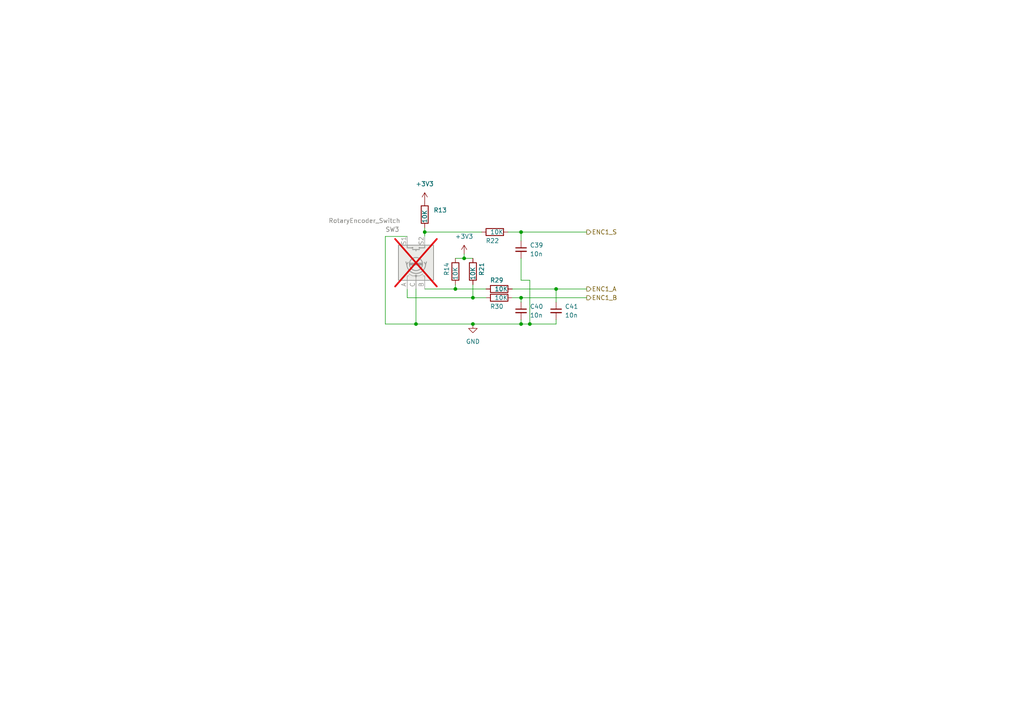
<source format=kicad_sch>
(kicad_sch (version 20250114) (generator "eeschema") (generator_version "9.0")
  (paper "A4")
  (lib_symbols
    (symbol "Device:C_Small" (pin_numbers (hide yes)) (pin_names (offset 0.254) (hide yes))
      (property "Reference" "C" (at 0.254 1.778 0))
      (property "Value" "C_Small" (at 0.254 -2.032 0))
      (symbol "C_Small_0_1"
        (polyline (pts (xy -1.524 0.508) (xy 1.524 0.508)) (stroke (width 0.3048)))
        (polyline (pts (xy -1.524 -0.508) (xy 1.524 -0.508)) (stroke (width 0.3302)))
      )
      (symbol "C_Small_1_1"
        (pin passive line (at 0 2.54 270) (length 2.032) (name "~") (number "1"))
        (pin passive line (at 0 -2.54 90) (length 2.032) (name "~") (number "2"))
      )
    )
    (symbol "Device:R" (pin_numbers (hide yes)) (pin_names (offset 0))
      (property "Reference" "R" (at 2.032 0 90))
      (property "Value" "R" (at 0 0 90))
      (symbol "R_0_1"
        (rectangle (start -1.016 -2.54) (end 1.016 2.54) (stroke (width 0.254)))
      )
      (symbol "R_1_1"
        (pin passive line (at 0 3.81 270) (length 1.27) (name "~") (number "1"))
        (pin passive line (at 0 -3.81 90) (length 1.27) (name "~") (number "2"))
      )
    )
    (symbol "Device:RotaryEncoder_Switch" (pin_names (offset 0.254) (hide yes))
      (property "Reference" "SW" (at 0 6.604 0))
      (property "Value" "RotaryEncoder_Switch" (at 0 -6.604 0))
      (symbol "RotaryEncoder_Switch_0_1"
        (rectangle (start -5.08 5.08) (end 5.08 -5.08) (stroke (width 0.254)) (fill (type background)))
        (polyline (pts (xy -5.08 2.54) (xy -3.81 2.54) (xy -3.81 2.032)))
        (polyline (pts (xy -5.08 0) (xy -3.81 0) (xy -3.81 -1.016) (xy -3.302 -2.032)))
        (polyline (pts (xy -5.08 -2.54) (xy -3.81 -2.54) (xy -3.81 -2.032)))
        (polyline (pts (xy -4.318 0) (xy -3.81 0) (xy -3.81 1.016) (xy -3.302 2.032)))
        (circle (center -3.81 0) (radius 0.254) (fill (type outline)))
        (polyline (pts (xy -0.635 -1.778) (xy -0.635 1.778)) (stroke (width 0.254)))
        (circle (center -0.381 0) (radius 1.905) (stroke (width 0.254)))
        (polyline (pts (xy -0.381 -1.778) (xy -0.381 1.778)) (stroke (width 0.254)))
        (arc (start -0.381 -2.794) (mid -3.0988 -0.0635) (end -0.381 2.667) (stroke (width 0.254)))
        (polyline (pts (xy -0.127 1.778) (xy -0.127 -1.778)) (stroke (width 0.254)))
        (polyline (pts (xy 0.254 2.921) (xy -0.508 2.667) (xy 0.127 2.286)) (stroke (width 0.254)))
        (polyline (pts (xy 0.254 -3.048) (xy -0.508 -2.794) (xy 0.127 -2.413)) (stroke (width 0.254)))
        (polyline (pts (xy 3.81 1.016) (xy 3.81 -1.016)) (stroke (width 0.254)))
        (polyline (pts (xy 3.81 0) (xy 3.429 0)) (stroke (width 0.254)))
        (circle (center 4.318 1.016) (radius 0.127) (stroke (width 0.254)))
        (circle (center 4.318 -1.016) (radius 0.127) (stroke (width 0.254)))
        (polyline (pts (xy 5.08 2.54) (xy 4.318 2.54) (xy 4.318 1.016)) (stroke (width 0.254)))
        (polyline (pts (xy 5.08 -2.54) (xy 4.318 -2.54) (xy 4.318 -1.016)) (stroke (width 0.254)))
      )
      (symbol "RotaryEncoder_Switch_1_1"
        (pin passive line (at -7.62 2.54 0) (length 2.54) (name "A") (number "A"))
        (pin passive line (at -7.62 0 0) (length 2.54) (name "C") (number "C"))
        (pin passive line (at -7.62 -2.54 0) (length 2.54) (name "B") (number "B"))
        (pin passive line (at 7.62 2.54 180) (length 2.54) (name "S1") (number "S1"))
        (pin passive line (at 7.62 -2.54 180) (length 2.54) (name "S2") (number "S2"))
      )
    )
    (symbol "power:+3V3" (power) (pin_names (offset 0))
      (property "Value" "+3V3" (at 0 3.556 0))
      (symbol "+3V3_0_1"
        (polyline (pts (xy -0.762 1.27) (xy 0 2.54)))
        (polyline (pts (xy 0 2.54) (xy 0.762 1.27)))
        (polyline (pts (xy 0 0) (xy 0 2.54)))
      )
      (symbol "+3V3_1_1"
        (pin power_in line (at 0 0 90) (length 0) (hide yes) (name "+3V3") (number "1"))
      )
    )
    (symbol "power:GND" (power) (pin_names (offset 0))
      (property "Value" "GND" (at 0 -3.81 0))
      (symbol "GND_0_1"
        (polyline (pts (xy 0 0) (xy 0 -1.27) (xy 1.27 -1.27) (xy 0 -2.54) (xy -1.27 -1.27) (xy 0 -1.27)))
      )
      (symbol "GND_1_1"
        (pin power_in line (at 0 0 270) (length 0) (hide yes) (name "GND") (number "1"))
      )
    )
  )
  (junction (at 137.16 86.36))
  (junction (at 120.65 93.98))
  (junction (at 151.13 93.98))
  (junction (at 151.13 86.36))
  (junction (at 132.08 83.82))
  (junction (at 151.13 67.31))
  (junction (at 161.29 83.82))
  (junction (at 123.19 67.31))
  (junction (at 153.67 93.98))
  (junction (at 134.62 74.93))
  (junction (at 137.16 93.98))
  (wire (pts (xy 148.59 83.82) (xy 161.29 83.82)))
  (wire (pts (xy 134.62 74.93) (xy 137.16 74.93)))
  (wire (pts (xy 137.16 82.55) (xy 137.16 86.36)))
  (wire (pts (xy 151.13 86.36) (xy 170.18 86.36)))
  (wire (pts (xy 151.13 87.63) (xy 151.13 86.36)))
  (wire (pts (xy 134.62 73.66) (xy 134.62 74.93)))
  (wire (pts (xy 132.08 74.93) (xy 134.62 74.93)))
  (wire (pts (xy 123.19 67.31) (xy 139.7 67.31)))
  (wire (pts (xy 151.13 86.36) (xy 148.59 86.36)))
  (wire (pts (xy 151.13 92.71) (xy 151.13 93.98)))
  (wire (pts (xy 161.29 83.82) (xy 161.29 87.63)))
  (wire (pts (xy 151.13 67.31) (xy 151.13 69.85)))
  (wire (pts (xy 161.29 83.82) (xy 170.18 83.82)))
  (wire (pts (xy 153.67 81.28) (xy 153.67 93.98)))
  (wire (pts (xy 123.19 83.82) (xy 132.08 83.82)))
  (wire (pts (xy 118.11 86.36) (xy 137.16 86.36)))
  (wire (pts (xy 111.76 68.58) (xy 111.76 93.98)))
  (wire (pts (xy 151.13 93.98) (xy 153.67 93.98)))
  (wire (pts (xy 151.13 67.31) (xy 170.18 67.31)))
  (wire (pts (xy 137.16 93.98) (xy 120.65 93.98)))
  (wire (pts (xy 151.13 81.28) (xy 153.67 81.28)))
  (wire (pts (xy 137.16 86.36) (xy 140.97 86.36)))
  (wire (pts (xy 151.13 93.98) (xy 137.16 93.98)))
  (wire (pts (xy 111.76 93.98) (xy 120.65 93.98)))
  (wire (pts (xy 120.65 83.82) (xy 120.65 93.98)))
  (wire (pts (xy 118.11 83.82) (xy 118.11 86.36)))
  (wire (pts (xy 132.08 83.82) (xy 140.97 83.82)))
  (wire (pts (xy 132.08 82.55) (xy 132.08 83.82)))
  (wire (pts (xy 123.19 67.31) (xy 123.19 68.58)))
  (wire (pts (xy 147.32 67.31) (xy 151.13 67.31)))
  (wire (pts (xy 161.29 92.71) (xy 161.29 93.98)))
  (wire (pts (xy 111.76 68.58) (xy 118.11 68.58)))
  (wire (pts (xy 153.67 93.98) (xy 161.29 93.98)))
  (wire (pts (xy 123.19 66.04) (xy 123.19 67.31)))
  (wire (pts (xy 151.13 74.93) (xy 151.13 81.28)))
  (hierarchical_label "ENC1_A" (shape output) (at 170.18 83.82 0))
  (hierarchical_label "ENC1_B" (shape output) (at 170.18 86.36 0))
  (hierarchical_label "ENC1_S" (shape output) (at 170.18 67.31 0))
  (symbol (lib_id "Device:R") (at 144.78 86.36 90) (unit 1)
    (property "Reference" "R30" (at 146.05 88.9 90) (effects (justify left)))
    (property "Value" "10K" (at 147.32 86.36 90) (effects (justify left)))
    (property "Footprint" "Resistor_SMD:R_0402_1005Metric" (effects (hide yes)))
    (property "PN" "RC0402FR-0710KL" (effects (hide yes)))
    (property "lcsc#" "C25744" (effects (hide yes)))
    (property "LCSC" "C25744" (effects (hide yes)))
  )
  (symbol (lib_id "Device:R") (at 143.51 67.31 90) (unit 1)
    (property "Reference" "R22" (at 144.78 69.85 90) (effects (justify left)))
    (property "Value" "10K" (at 146.05 67.31 90) (effects (justify left)))
    (property "Footprint" "Resistor_SMD:R_0402_1005Metric" (effects (hide yes)))
    (property "PN" "RC0402FR-0710KL" (effects (hide yes)))
    (property "lcsc#" "C25744" (effects (hide yes)))
    (property "LCSC" "C25744" (effects (hide yes)))
  )
  (symbol (lib_id "Device:C_Small") (at 161.29 90.17 0) (unit 1)
    (property "Reference" "C41" (at 163.83 88.9063 0) (effects (justify left)))
    (property "Value" "10n" (at 163.83 91.4463 0) (effects (justify left)))
    (property "Footprint" "Capacitor_SMD:C_0402_1005Metric" (effects (hide yes)))
    (property "PN" "CC0402KRX7R9BB103" (effects (hide yes)))
    (property "lcsc#" "C60133" (effects (hide yes)))
    (property "LCSC" "C15195" (effects (hide yes)))
  )
  (symbol (lib_id "Device:R") (at 132.08 78.74 0) (unit 1)
    (property "Reference" "R14" (at 129.54 80.01 90) (effects (justify left)))
    (property "Value" "10K" (at 132.08 81.28 90) (effects (justify left)))
    (property "Footprint" "Resistor_SMD:R_0402_1005Metric" (effects (hide yes)))
    (property "PN" "RC0402FR-0710KL" (effects (hide yes)))
    (property "lcsc#" "C25744" (effects (hide yes)))
    (property "LCSC" "C25744" (effects (hide yes)))
  )
  (symbol (lib_id "Device:R") (at 137.16 78.74 0) (unit 1)
    (property "Reference" "R21" (at 139.7 80.01 90) (effects (justify left)))
    (property "Value" "10K" (at 137.16 81.28 90) (effects (justify left)))
    (property "Footprint" "Resistor_SMD:R_0402_1005Metric" (effects (hide yes)))
    (property "PN" "RC0402FR-0710KL" (effects (hide yes)))
    (property "lcsc#" "C25744" (effects (hide yes)))
    (property "LCSC" "C25744" (effects (hide yes)))
  )
  (symbol (lib_id "power:+3V3") (at 123.19 58.42 0) (unit 1)
    (property "Reference" "#PWR015" (effects (hide yes)))
    (property "Value" "+3V3" (at 123.19 53.34 0))
  )
  (symbol (lib_id "power:GND") (at 137.16 93.98 0) (unit 1)
    (property "Reference" "#PWR019" (effects (hide yes)))
    (property "Value" "GND" (at 137.16 99.06 0))
  )
  (symbol (lib_id "Device:R") (at 144.78 83.82 90) (unit 1)
    (property "Reference" "R29" (at 146.05 81.28 90) (effects (justify left)))
    (property "Value" "10K" (at 147.32 83.82 90) (effects (justify left)))
    (property "Footprint" "Resistor_SMD:R_0402_1005Metric" (effects (hide yes)))
    (property "PN" "RC0402FR-0710KL" (effects (hide yes)))
    (property "lcsc#" "C25744" (effects (hide yes)))
    (property "LCSC" "C25744" (effects (hide yes)))
  )
  (symbol (lib_id "Device:C_Small") (at 151.13 72.39 0) (unit 1)
    (property "Reference" "C39" (at 153.67 71.1263 0) (effects (justify left)))
    (property "Value" "10n" (at 153.67 73.6663 0) (effects (justify left)))
    (property "Footprint" "Capacitor_SMD:C_0402_1005Metric" (effects (hide yes)))
    (property "PN" "CC0402KRX7R9BB103" (effects (hide yes)))
    (property "lcsc#" "C60133" (effects (hide yes)))
    (property "LCSC" "C15195" (effects (hide yes)))
  )
  (symbol (lib_id "Device:C_Small") (at 151.13 90.17 0) (unit 1)
    (property "Reference" "C40" (at 153.67 88.9063 0) (effects (justify left)))
    (property "Value" "10n" (at 153.67 91.4463 0) (effects (justify left)))
    (property "Footprint" "Capacitor_SMD:C_0402_1005Metric" (effects (hide yes)))
    (property "PN" "CC0402KRX7R9BB103" (effects (hide yes)))
    (property "lcsc#" "C60133" (effects (hide yes)))
    (property "LCSC" "C15195" (effects (hide yes)))
  )
  (symbol (lib_id "power:+3V3") (at 134.62 73.66 0) (unit 1)
    (property "Reference" "#PWR016" (effects (hide yes)))
    (property "Value" "+3V3" (at 134.62 68.58 0))
  )
  (symbol (lib_id "Device:RotaryEncoder_Switch") (at 120.65 76.2 90) (unit 1) (dnp yes)
    (property "Reference" "SW3" (at 111.76 66.548 90) (effects (justify right)))
    (property "Value" "RotaryEncoder_Switch" (at 95.25 64.008 90) (effects (justify right)))
    (property "Footprint" "Rotary_Encoder:RotaryEncoder_Bourns_Horizontal_PEC09-2xxxF-Sxxxx" (effects (hide yes)))
    (property "Description" "Rotary encoder, dual channel, incremental quadrate outputs, with switch" (effects (hide yes)))
  )
  (symbol (lib_id "Device:R") (at 123.19 62.23 0) (unit 1)
    (property "Reference" "R13" (at 125.73 60.96 0) (effects (justify left)))
    (property "Value" "10K" (at 123.19 64.77 90) (effects (justify left)))
    (property "Footprint" "Resistor_SMD:R_0402_1005Metric" (effects (hide yes)))
    (property "PN" "RC0402FR-0710KL" (effects (hide yes)))
    (property "lcsc#" "C25744" (effects (hide yes)))
    (property "LCSC" "C25744" (effects (hide yes)))
  )
)
</source>
